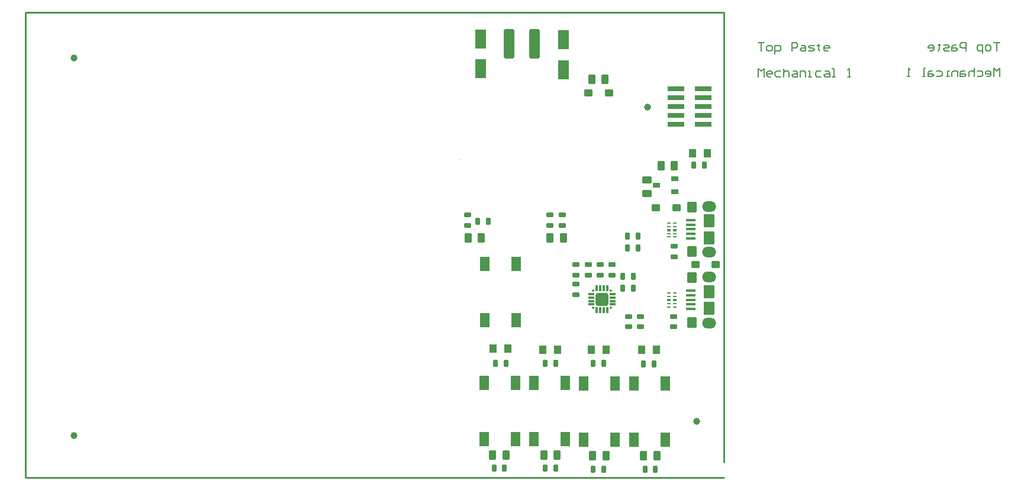
<source format=gtp>
G04*
G04 #@! TF.GenerationSoftware,Altium Limited,Altium Designer,24.3.1 (35)*
G04*
G04 Layer_Color=8421504*
%FSLAX44Y44*%
%MOMM*%
G71*
G04*
G04 #@! TF.SameCoordinates,885966B7-28A3-4526-A6DD-9B270D9DF584*
G04*
G04*
G04 #@! TF.FilePolarity,Positive*
G04*
G01*
G75*
%ADD10O,2.0000X1.5000*%
%ADD11C,0.1500*%
%ADD12C,0.2540*%
%ADD13C,0.0500*%
%ADD14R,1.4500X2.0500*%
%ADD15R,1.1000X1.2000*%
G04:AMPARAMS|DCode=16|XSize=1mm|YSize=0.6mm|CornerRadius=0.075mm|HoleSize=0mm|Usage=FLASHONLY|Rotation=180.000|XOffset=0mm|YOffset=0mm|HoleType=Round|Shape=RoundedRectangle|*
%AMROUNDEDRECTD16*
21,1,1.0000,0.4500,0,0,180.0*
21,1,0.8500,0.6000,0,0,180.0*
1,1,0.1500,-0.4250,0.2250*
1,1,0.1500,0.4250,0.2250*
1,1,0.1500,0.4250,-0.2250*
1,1,0.1500,-0.4250,-0.2250*
%
%ADD16ROUNDEDRECTD16*%
G04:AMPARAMS|DCode=17|XSize=1.25mm|YSize=1mm|CornerRadius=0.125mm|HoleSize=0mm|Usage=FLASHONLY|Rotation=0.000|XOffset=0mm|YOffset=0mm|HoleType=Round|Shape=RoundedRectangle|*
%AMROUNDEDRECTD17*
21,1,1.2500,0.7500,0,0,0.0*
21,1,1.0000,1.0000,0,0,0.0*
1,1,0.2500,0.5000,-0.3750*
1,1,0.2500,-0.5000,-0.3750*
1,1,0.2500,-0.5000,0.3750*
1,1,0.2500,0.5000,0.3750*
%
%ADD17ROUNDEDRECTD17*%
G04:AMPARAMS|DCode=18|XSize=1mm|YSize=0.6mm|CornerRadius=0.075mm|HoleSize=0mm|Usage=FLASHONLY|Rotation=270.000|XOffset=0mm|YOffset=0mm|HoleType=Round|Shape=RoundedRectangle|*
%AMROUNDEDRECTD18*
21,1,1.0000,0.4500,0,0,270.0*
21,1,0.8500,0.6000,0,0,270.0*
1,1,0.1500,-0.2250,-0.4250*
1,1,0.1500,-0.2250,0.4250*
1,1,0.1500,0.2250,0.4250*
1,1,0.1500,0.2250,-0.4250*
%
%ADD18ROUNDEDRECTD18*%
G04:AMPARAMS|DCode=19|XSize=0.65mm|YSize=1.1mm|CornerRadius=0.0813mm|HoleSize=0mm|Usage=FLASHONLY|Rotation=270.000|XOffset=0mm|YOffset=0mm|HoleType=Round|Shape=RoundedRectangle|*
%AMROUNDEDRECTD19*
21,1,0.6500,0.9375,0,0,270.0*
21,1,0.4875,1.1000,0,0,270.0*
1,1,0.1625,-0.4688,-0.2438*
1,1,0.1625,-0.4688,0.2438*
1,1,0.1625,0.4688,0.2438*
1,1,0.1625,0.4688,-0.2438*
%
%ADD19ROUNDEDRECTD19*%
G04:AMPARAMS|DCode=20|XSize=1.4mm|YSize=0.95mm|CornerRadius=0.1188mm|HoleSize=0mm|Usage=FLASHONLY|Rotation=90.000|XOffset=0mm|YOffset=0mm|HoleType=Round|Shape=RoundedRectangle|*
%AMROUNDEDRECTD20*
21,1,1.4000,0.7125,0,0,90.0*
21,1,1.1625,0.9500,0,0,90.0*
1,1,0.2375,0.3563,0.5813*
1,1,0.2375,0.3563,-0.5813*
1,1,0.2375,-0.3563,-0.5813*
1,1,0.2375,-0.3563,0.5813*
%
%ADD20ROUNDEDRECTD20*%
G04:AMPARAMS|DCode=21|XSize=0.56mm|YSize=0.2mm|CornerRadius=0.05mm|HoleSize=0mm|Usage=FLASHONLY|Rotation=0.000|XOffset=0mm|YOffset=0mm|HoleType=Round|Shape=RoundedRectangle|*
%AMROUNDEDRECTD21*
21,1,0.5600,0.1000,0,0,0.0*
21,1,0.4600,0.2000,0,0,0.0*
1,1,0.1000,0.2300,-0.0500*
1,1,0.1000,-0.2300,-0.0500*
1,1,0.1000,-0.2300,0.0500*
1,1,0.1000,0.2300,0.0500*
%
%ADD21ROUNDEDRECTD21*%
G04:AMPARAMS|DCode=22|XSize=0.56mm|YSize=0.4mm|CornerRadius=0.1mm|HoleSize=0mm|Usage=FLASHONLY|Rotation=0.000|XOffset=0mm|YOffset=0mm|HoleType=Round|Shape=RoundedRectangle|*
%AMROUNDEDRECTD22*
21,1,0.5600,0.2000,0,0,0.0*
21,1,0.3600,0.4000,0,0,0.0*
1,1,0.2000,0.1800,-0.1000*
1,1,0.2000,-0.1800,-0.1000*
1,1,0.2000,-0.1800,0.1000*
1,1,0.2000,0.1800,0.1000*
%
%ADD22ROUNDEDRECTD22*%
G04:AMPARAMS|DCode=23|XSize=1.8mm|YSize=1.8mm|CornerRadius=0.225mm|HoleSize=0mm|Usage=FLASHONLY|Rotation=180.000|XOffset=0mm|YOffset=0mm|HoleType=Round|Shape=RoundedRectangle|*
%AMROUNDEDRECTD23*
21,1,1.8000,1.3500,0,0,180.0*
21,1,1.3500,1.8000,0,0,180.0*
1,1,0.4500,-0.6750,0.6750*
1,1,0.4500,0.6750,0.6750*
1,1,0.4500,0.6750,-0.6750*
1,1,0.4500,-0.6750,-0.6750*
%
%ADD23ROUNDEDRECTD23*%
G04:AMPARAMS|DCode=24|XSize=0.3mm|YSize=0.3mm|CornerRadius=0.0375mm|HoleSize=0mm|Usage=FLASHONLY|Rotation=180.000|XOffset=0mm|YOffset=0mm|HoleType=Round|Shape=RoundedRectangle|*
%AMROUNDEDRECTD24*
21,1,0.3000,0.2250,0,0,180.0*
21,1,0.2250,0.3000,0,0,180.0*
1,1,0.0750,-0.1125,0.1125*
1,1,0.0750,0.1125,0.1125*
1,1,0.0750,0.1125,-0.1125*
1,1,0.0750,-0.1125,-0.1125*
%
%ADD24ROUNDEDRECTD24*%
G04:AMPARAMS|DCode=25|XSize=0.9mm|YSize=0.3mm|CornerRadius=0.0375mm|HoleSize=0mm|Usage=FLASHONLY|Rotation=180.000|XOffset=0mm|YOffset=0mm|HoleType=Round|Shape=RoundedRectangle|*
%AMROUNDEDRECTD25*
21,1,0.9000,0.2250,0,0,180.0*
21,1,0.8250,0.3000,0,0,180.0*
1,1,0.0750,-0.4125,0.1125*
1,1,0.0750,0.4125,0.1125*
1,1,0.0750,0.4125,-0.1125*
1,1,0.0750,-0.4125,-0.1125*
%
%ADD25ROUNDEDRECTD25*%
G04:AMPARAMS|DCode=26|XSize=0.9mm|YSize=0.3mm|CornerRadius=0.0375mm|HoleSize=0mm|Usage=FLASHONLY|Rotation=270.000|XOffset=0mm|YOffset=0mm|HoleType=Round|Shape=RoundedRectangle|*
%AMROUNDEDRECTD26*
21,1,0.9000,0.2250,0,0,270.0*
21,1,0.8250,0.3000,0,0,270.0*
1,1,0.0750,-0.1125,-0.4125*
1,1,0.0750,-0.1125,0.4125*
1,1,0.0750,0.1125,0.4125*
1,1,0.0750,0.1125,-0.4125*
%
%ADD26ROUNDEDRECTD26*%
G04:AMPARAMS|DCode=27|XSize=0.3mm|YSize=0.3mm|CornerRadius=0.0375mm|HoleSize=0mm|Usage=FLASHONLY|Rotation=270.000|XOffset=0mm|YOffset=0mm|HoleType=Round|Shape=RoundedRectangle|*
%AMROUNDEDRECTD27*
21,1,0.3000,0.2250,0,0,270.0*
21,1,0.2250,0.3000,0,0,270.0*
1,1,0.0750,-0.1125,-0.1125*
1,1,0.0750,-0.1125,0.1125*
1,1,0.0750,0.1125,0.1125*
1,1,0.0750,0.1125,-0.1125*
%
%ADD27ROUNDEDRECTD27*%
G04:AMPARAMS|DCode=28|XSize=1.4mm|YSize=0.95mm|CornerRadius=0.1188mm|HoleSize=0mm|Usage=FLASHONLY|Rotation=180.000|XOffset=0mm|YOffset=0mm|HoleType=Round|Shape=RoundedRectangle|*
%AMROUNDEDRECTD28*
21,1,1.4000,0.7125,0,0,180.0*
21,1,1.1625,0.9500,0,0,180.0*
1,1,0.2375,-0.5813,0.3563*
1,1,0.2375,0.5813,0.3563*
1,1,0.2375,0.5813,-0.3563*
1,1,0.2375,-0.5813,-0.3563*
%
%ADD28ROUNDEDRECTD28*%
%ADD29R,1.6000X2.8000*%
G04:AMPARAMS|DCode=30|XSize=0.76mm|YSize=2.4mm|CornerRadius=0.095mm|HoleSize=0mm|Usage=FLASHONLY|Rotation=90.000|XOffset=0mm|YOffset=0mm|HoleType=Round|Shape=RoundedRectangle|*
%AMROUNDEDRECTD30*
21,1,0.7600,2.2100,0,0,90.0*
21,1,0.5700,2.4000,0,0,90.0*
1,1,0.1900,1.1050,0.2850*
1,1,0.1900,1.1050,-0.2850*
1,1,0.1900,-1.1050,-0.2850*
1,1,0.1900,-1.1050,0.2850*
%
%ADD30ROUNDEDRECTD30*%
G04:AMPARAMS|DCode=31|XSize=1.6mm|YSize=1.4mm|CornerRadius=0.175mm|HoleSize=0mm|Usage=FLASHONLY|Rotation=270.000|XOffset=0mm|YOffset=0mm|HoleType=Round|Shape=RoundedRectangle|*
%AMROUNDEDRECTD31*
21,1,1.6000,1.0500,0,0,270.0*
21,1,1.2500,1.4000,0,0,270.0*
1,1,0.3500,-0.5250,-0.6250*
1,1,0.3500,-0.5250,0.6250*
1,1,0.3500,0.5250,0.6250*
1,1,0.3500,0.5250,-0.6250*
%
%ADD31ROUNDEDRECTD31*%
G04:AMPARAMS|DCode=32|XSize=1.55mm|YSize=1.9mm|CornerRadius=0.1938mm|HoleSize=0mm|Usage=FLASHONLY|Rotation=180.000|XOffset=0mm|YOffset=0mm|HoleType=Round|Shape=RoundedRectangle|*
%AMROUNDEDRECTD32*
21,1,1.5500,1.5125,0,0,180.0*
21,1,1.1625,1.9000,0,0,180.0*
1,1,0.3875,-0.5813,0.7563*
1,1,0.3875,0.5813,0.7563*
1,1,0.3875,0.5813,-0.7563*
1,1,0.3875,-0.5813,-0.7563*
%
%ADD32ROUNDEDRECTD32*%
G04:AMPARAMS|DCode=33|XSize=0.4mm|YSize=1.35mm|CornerRadius=0.05mm|HoleSize=0mm|Usage=FLASHONLY|Rotation=270.000|XOffset=0mm|YOffset=0mm|HoleType=Round|Shape=RoundedRectangle|*
%AMROUNDEDRECTD33*
21,1,0.4000,1.2500,0,0,270.0*
21,1,0.3000,1.3500,0,0,270.0*
1,1,0.1000,-0.6250,-0.1500*
1,1,0.1000,-0.6250,0.1500*
1,1,0.1000,0.6250,0.1500*
1,1,0.1000,0.6250,-0.1500*
%
%ADD33ROUNDEDRECTD33*%
G04:AMPARAMS|DCode=34|XSize=4.2mm|YSize=1.5mm|CornerRadius=0.1875mm|HoleSize=0mm|Usage=FLASHONLY|Rotation=270.000|XOffset=0mm|YOffset=0mm|HoleType=Round|Shape=RoundedRectangle|*
%AMROUNDEDRECTD34*
21,1,4.2000,1.1250,0,0,270.0*
21,1,3.8250,1.5000,0,0,270.0*
1,1,0.3750,-0.5625,-1.9125*
1,1,0.3750,-0.5625,1.9125*
1,1,0.3750,0.5625,1.9125*
1,1,0.3750,0.5625,-1.9125*
%
%ADD34ROUNDEDRECTD34*%
%ADD35C,1.0000*%
G36*
X816500Y254000D02*
X824000D01*
Y246500D01*
X817602D01*
X816500Y247602D01*
Y254000D01*
D02*
G37*
G36*
X817483Y263500D02*
X824000D01*
Y256000D01*
X816500D01*
Y262517D01*
X817483Y263500D01*
D02*
G37*
G36*
X826000Y254000D02*
X833500D01*
Y247483D01*
X832517Y246500D01*
X826000D01*
Y254000D01*
D02*
G37*
G36*
Y263500D02*
X832636D01*
X833500Y262636D01*
Y256000D01*
X826000D01*
Y263500D01*
D02*
G37*
D10*
X978250Y388000D02*
D03*
Y322000D02*
D03*
Y287000D02*
D03*
Y221000D02*
D03*
D11*
X1393500Y622496D02*
X1385502D01*
X1389501D01*
Y610500D01*
X1379504D02*
X1375506D01*
X1373506Y612500D01*
Y616498D01*
X1375506Y618498D01*
X1379504D01*
X1381504Y616498D01*
Y612500D01*
X1379504Y610500D01*
X1369508Y606502D02*
Y618498D01*
X1363510D01*
X1361510Y616498D01*
Y612500D01*
X1363510Y610500D01*
X1369508D01*
X1345515D02*
Y622496D01*
X1339517D01*
X1337518Y620497D01*
Y616498D01*
X1339517Y614499D01*
X1345515D01*
X1331520Y618498D02*
X1327521D01*
X1325522Y616498D01*
Y610500D01*
X1331520D01*
X1333519Y612500D01*
X1331520Y614499D01*
X1325522D01*
X1321523Y610500D02*
X1315525D01*
X1313526Y612500D01*
X1315525Y614499D01*
X1319524D01*
X1321523Y616498D01*
X1319524Y618498D01*
X1313526D01*
X1307528Y620497D02*
Y618498D01*
X1309527D01*
X1305528D01*
X1307528D01*
Y612500D01*
X1305528Y610500D01*
X1293532D02*
X1297531D01*
X1299530Y612500D01*
Y616498D01*
X1297531Y618498D01*
X1293532D01*
X1291533Y616498D01*
Y614499D01*
X1299530D01*
X1048500Y622246D02*
X1056497D01*
X1052498D01*
Y610250D01*
X1062495D02*
X1066494D01*
X1068493Y612249D01*
Y616248D01*
X1066494Y618248D01*
X1062495D01*
X1060496Y616248D01*
Y612249D01*
X1062495Y610250D01*
X1072492Y606251D02*
Y618248D01*
X1078490D01*
X1080490Y616248D01*
Y612249D01*
X1078490Y610250D01*
X1072492D01*
X1096484D02*
Y622246D01*
X1102482D01*
X1104482Y620247D01*
Y616248D01*
X1102482Y614249D01*
X1096484D01*
X1110480Y618248D02*
X1114479D01*
X1116478Y616248D01*
Y610250D01*
X1110480D01*
X1108480Y612249D01*
X1110480Y614249D01*
X1116478D01*
X1120477Y610250D02*
X1126475D01*
X1128474Y612249D01*
X1126475Y614249D01*
X1122476D01*
X1120477Y616248D01*
X1122476Y618248D01*
X1128474D01*
X1134472Y620247D02*
Y618248D01*
X1132473D01*
X1136471D01*
X1134472D01*
Y612249D01*
X1136471Y610250D01*
X1148467D02*
X1144469D01*
X1142469Y612249D01*
Y616248D01*
X1144469Y618248D01*
X1148467D01*
X1150467Y616248D01*
Y614249D01*
X1142469D01*
X1393500Y573500D02*
Y585496D01*
X1389501Y581498D01*
X1385502Y585496D01*
Y573500D01*
X1375506D02*
X1379504D01*
X1381504Y575499D01*
Y579498D01*
X1379504Y581498D01*
X1375506D01*
X1373506Y579498D01*
Y577499D01*
X1381504D01*
X1361510Y581498D02*
X1367508D01*
X1369508Y579498D01*
Y575499D01*
X1367508Y573500D01*
X1361510D01*
X1357511Y585496D02*
Y573500D01*
Y579498D01*
X1355512Y581498D01*
X1351513D01*
X1349514Y579498D01*
Y573500D01*
X1343516Y581498D02*
X1339517D01*
X1337518Y579498D01*
Y573500D01*
X1343516D01*
X1345515Y575499D01*
X1343516Y577499D01*
X1337518D01*
X1333519Y573500D02*
Y581498D01*
X1327521D01*
X1325522Y579498D01*
Y573500D01*
X1321523D02*
X1317524D01*
X1319524D01*
Y581498D01*
X1321523D01*
X1303529D02*
X1309527D01*
X1311526Y579498D01*
Y575499D01*
X1309527Y573500D01*
X1303529D01*
X1297531Y581498D02*
X1293532D01*
X1291533Y579498D01*
Y573500D01*
X1297531D01*
X1299530Y575499D01*
X1297531Y577499D01*
X1291533D01*
X1287534Y573500D02*
X1283535D01*
X1285535D01*
Y585496D01*
X1287534D01*
X1265541Y573500D02*
X1261543D01*
X1263542D01*
Y585496D01*
X1265541Y583497D01*
X1048500Y573250D02*
Y585246D01*
X1052498Y581248D01*
X1056497Y585246D01*
Y573250D01*
X1066494D02*
X1062495D01*
X1060496Y575249D01*
Y579248D01*
X1062495Y581248D01*
X1066494D01*
X1068493Y579248D01*
Y577249D01*
X1060496D01*
X1080490Y581248D02*
X1074491D01*
X1072492Y579248D01*
Y575249D01*
X1074491Y573250D01*
X1080490D01*
X1084488Y585246D02*
Y573250D01*
Y579248D01*
X1086488Y581248D01*
X1090486D01*
X1092486Y579248D01*
Y573250D01*
X1098484Y581248D02*
X1102482D01*
X1104482Y579248D01*
Y573250D01*
X1098484D01*
X1096484Y575249D01*
X1098484Y577249D01*
X1104482D01*
X1108480Y573250D02*
Y581248D01*
X1114479D01*
X1116478Y579248D01*
Y573250D01*
X1120477D02*
X1124475D01*
X1122476D01*
Y581248D01*
X1120477D01*
X1138471D02*
X1132473D01*
X1130473Y579248D01*
Y575249D01*
X1132473Y573250D01*
X1138471D01*
X1144469Y581248D02*
X1148467D01*
X1150467Y579248D01*
Y573250D01*
X1144469D01*
X1142469Y575249D01*
X1144469Y577249D01*
X1150467D01*
X1154465Y573250D02*
X1158464D01*
X1156465D01*
Y585246D01*
X1154465D01*
X1176458Y573250D02*
X1180457D01*
X1178458D01*
Y585246D01*
X1176458Y583247D01*
D12*
X0Y0D02*
Y665000D01*
X80000D01*
X999600D01*
X0Y0D02*
X999600D01*
X999600Y665000D02*
X999600Y22000D01*
D13*
X620750Y455150D02*
X620750Y455150D01*
X620750D02*
X620750Y455150D01*
D14*
X843500Y134250D02*
D03*
Y53750D02*
D03*
X798500D02*
D03*
Y134250D02*
D03*
X870500Y134250D02*
D03*
Y53750D02*
D03*
X915500D02*
D03*
Y134250D02*
D03*
X657500Y224750D02*
D03*
Y305250D02*
D03*
X702500D02*
D03*
Y224750D02*
D03*
X656500Y135250D02*
D03*
Y54750D02*
D03*
X701500D02*
D03*
Y135250D02*
D03*
X772500Y135250D02*
D03*
Y54750D02*
D03*
X727500D02*
D03*
Y135250D02*
D03*
D15*
X740500Y183000D02*
D03*
X761500D02*
D03*
X690500Y184000D02*
D03*
X669500D02*
D03*
X881500Y183000D02*
D03*
X902500D02*
D03*
X830500D02*
D03*
X809500D02*
D03*
X975500Y464000D02*
D03*
X954500D02*
D03*
D16*
X927000Y230500D02*
D03*
Y215500D02*
D03*
X788000Y289500D02*
D03*
Y304500D02*
D03*
X805000D02*
D03*
Y289500D02*
D03*
X633000Y360500D02*
D03*
Y375500D02*
D03*
X750000D02*
D03*
Y360500D02*
D03*
X822000Y304500D02*
D03*
Y289500D02*
D03*
X839000D02*
D03*
Y304500D02*
D03*
X880000Y230500D02*
D03*
Y215500D02*
D03*
X863000Y230500D02*
D03*
Y215500D02*
D03*
X768000Y375500D02*
D03*
Y360500D02*
D03*
X928000Y315500D02*
D03*
Y330500D02*
D03*
X788000Y276500D02*
D03*
Y261500D02*
D03*
D17*
X987750Y305000D02*
D03*
X958250D02*
D03*
X931750Y386000D02*
D03*
X902250D02*
D03*
X805250Y550000D02*
D03*
X834750D02*
D03*
D18*
X971500Y447000D02*
D03*
X956500D02*
D03*
X899500Y162000D02*
D03*
X884500D02*
D03*
X827500Y163000D02*
D03*
X812500D02*
D03*
X758500Y163000D02*
D03*
X743500D02*
D03*
X687500Y163000D02*
D03*
X672500D02*
D03*
X886500Y12000D02*
D03*
X901500D02*
D03*
X861500Y345000D02*
D03*
X876500D02*
D03*
X869500Y288000D02*
D03*
X854500D02*
D03*
Y271000D02*
D03*
X869500D02*
D03*
X670500Y13000D02*
D03*
X685500D02*
D03*
X758500Y13000D02*
D03*
X743500D02*
D03*
X812500Y12000D02*
D03*
X827500D02*
D03*
X647500Y366000D02*
D03*
X662500D02*
D03*
X861500Y328000D02*
D03*
X876500D02*
D03*
D19*
X903000Y418000D02*
D03*
X929000Y427500D02*
D03*
Y408500D02*
D03*
D20*
X633500Y343000D02*
D03*
X652500D02*
D03*
X829500Y570000D02*
D03*
X810500D02*
D03*
X909500Y446000D02*
D03*
X928500D02*
D03*
X750500Y343000D02*
D03*
X769500D02*
D03*
X741500Y32000D02*
D03*
X760500D02*
D03*
X830500Y31000D02*
D03*
X811500D02*
D03*
X903500Y31000D02*
D03*
X884500D02*
D03*
X687500Y32000D02*
D03*
X668500D02*
D03*
D21*
X929150Y264000D02*
D03*
Y259000D02*
D03*
Y249000D02*
D03*
Y244000D02*
D03*
X920850D02*
D03*
Y249000D02*
D03*
Y259000D02*
D03*
Y264000D02*
D03*
Y344000D02*
D03*
Y349000D02*
D03*
Y359000D02*
D03*
Y364000D02*
D03*
X929150D02*
D03*
Y359000D02*
D03*
Y349000D02*
D03*
Y344000D02*
D03*
D22*
Y254000D02*
D03*
X920850D02*
D03*
Y354000D02*
D03*
X929150D02*
D03*
D23*
X825000Y255000D02*
D03*
D24*
X837500Y242500D02*
D03*
Y267500D02*
D03*
X812500Y242500D02*
D03*
D25*
X840500Y247500D02*
D03*
Y252500D02*
D03*
Y257500D02*
D03*
Y262500D02*
D03*
X809500D02*
D03*
Y257500D02*
D03*
Y252500D02*
D03*
Y247500D02*
D03*
D26*
X832500Y270500D02*
D03*
X827500D02*
D03*
X822500D02*
D03*
X817500D02*
D03*
Y239500D02*
D03*
X822500D02*
D03*
X827500D02*
D03*
X832500D02*
D03*
D27*
X812500Y267500D02*
D03*
D28*
X889000Y406500D02*
D03*
Y425500D02*
D03*
D29*
X651000Y584500D02*
D03*
Y627500D02*
D03*
X770000Y626500D02*
D03*
Y583500D02*
D03*
D30*
X969500Y556450D02*
D03*
Y543750D02*
D03*
Y531050D02*
D03*
Y518350D02*
D03*
Y505650D02*
D03*
X930500Y556450D02*
D03*
Y543750D02*
D03*
Y531050D02*
D03*
Y518350D02*
D03*
Y505650D02*
D03*
D31*
X953750Y323000D02*
D03*
Y387000D02*
D03*
Y222000D02*
D03*
Y286000D02*
D03*
D32*
X978250Y367000D02*
D03*
Y343000D02*
D03*
Y266000D02*
D03*
Y242000D02*
D03*
D33*
X951500Y368000D02*
D03*
Y361500D02*
D03*
Y342000D02*
D03*
Y348500D02*
D03*
Y355000D02*
D03*
Y267000D02*
D03*
Y260500D02*
D03*
Y241000D02*
D03*
Y247500D02*
D03*
Y254000D02*
D03*
D34*
X728000Y620000D02*
D03*
X692000D02*
D03*
D35*
X70000Y60000D02*
D03*
X960000Y80000D02*
D03*
X70000Y600000D02*
D03*
X890000Y530000D02*
D03*
M02*

</source>
